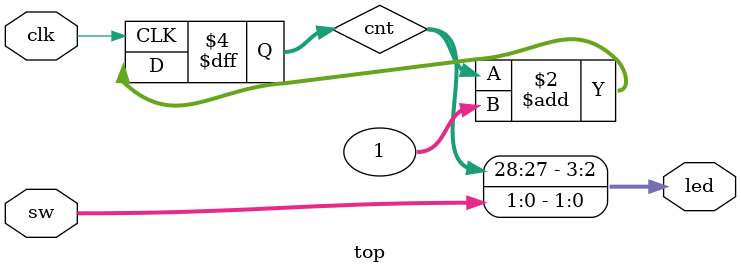
<source format=v>

`timescale 1ns / 1ps
 
module top(
	input clk,
	output [3:0]led,
	input [1:0]sw
    );

	reg [31:0]cnt = 0;
	always @ (posedge clk) begin
		cnt <= cnt + 1;
	end
	assign led[3:2] = cnt[28:27];
	assign led[1:0] = sw[1:0];

	`ifndef NO_PS7
	PS7 PS7_inst ();
	`endif
endmodule


</source>
